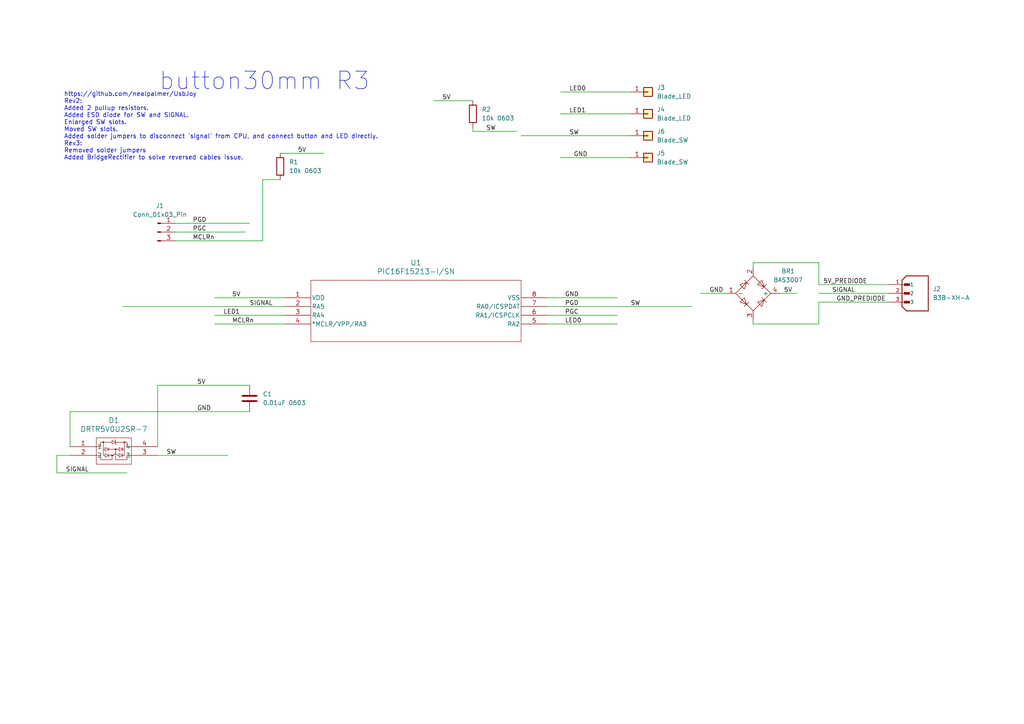
<source format=kicad_sch>
(kicad_sch (version 20250114) (generator "eeschema") (generator_version "9.0")
  (paper "A4")
  (lib_symbols
    (symbol "2025-06-15_02-33-18:PIC16F15213-I_SN" (pin_names (offset 0.254))
      (property "Reference" "U" (at 38.1 10.16 0))
      (property "Value" "PIC16F15213-I/SN" (at 38.1 7.62 0))
      (symbol "PIC16F15213-I_SN_0_1"
        (polyline (pts (xy 7.62 5.08) (xy 7.62 -12.7)) (stroke (width 0.127)))
        (polyline (pts (xy 7.62 -12.7) (xy 68.58 -12.7)) (stroke (width 0.127)))
        (polyline (pts (xy 68.58 5.08) (xy 7.62 5.08)) (stroke (width 0.127)))
        (polyline (pts (xy 68.58 -12.7) (xy 68.58 5.08)) (stroke (width 0.127)))
        (pin power_in line (at 0 0 0) (length 7.62) (name "VDD") (number "1"))
        (pin bidirectional line (at 0 -2.54 0) (length 7.62) (name "RA5") (number "2"))
        (pin bidirectional line (at 0 -5.08 0) (length 7.62) (name "RA4") (number "3"))
        (pin bidirectional line (at 0 -7.62 0) (length 7.62) (name "*MCLR/VPP/RA3") (number "4"))
        (pin power_out line (at 76.2 0 180) (length 7.62) (name "VSS") (number "8"))
        (pin bidirectional line (at 76.2 -2.54 180) (length 7.62) (name "RA0/ICSPDAT") (number "7"))
        (pin bidirectional line (at 76.2 -5.08 180) (length 7.62) (name "RA1/ICSPCLK") (number "6"))
        (pin bidirectional line (at 76.2 -7.62 180) (length 7.62) (name "RA2") (number "5"))
      )
    )
    (symbol "2025-06-20_23-16-29:DRTR5V0U2SR-7" (pin_names (offset 0.254))
      (property "Reference" "CR" (at 12.7 7.62 0))
      (property "Value" "DRTR5V0U2SR-7" (at 12.7 5.08 0))
      (symbol "DRTR5V0U2SR-7_0_1"
        (polyline (pts (xy 7.62 2.54) (xy 7.62 -5.08)) (stroke (width 0.127)))
        (polyline (pts (xy 7.62 0) (xy 8.89 0)) (stroke (width 0.127)))
        (polyline (pts (xy 7.62 -2.54) (xy 8.89 -2.54)) (stroke (width 0.127)))
        (polyline (pts (xy 7.62 -5.08) (xy 17.78 -5.08)) (stroke (width 0.127)))
        (polyline (pts (xy 8.89 0) (xy 8.89 1.27)) (stroke (width 0.127)))
        (polyline (pts (xy 8.89 -2.54) (xy 8.89 -3.81)) (stroke (width 0.127)))
        (polyline (pts (xy 8.89 -3.81) (xy 12.192 -3.81)) (stroke (width 0.127)))
        (polyline (pts (xy 9.652 1.27) (xy 9.652 -2.54)) (stroke (width 0.127)))
        (circle (center 9.652 1.27) (radius 0.127) (stroke (width 0.254)))
        (polyline (pts (xy 9.652 -0.762) (xy 10.16 -0.762)) (stroke (width 0.127)))
        (polyline (pts (xy 9.652 -2.54) (xy 10.16 -2.54)) (stroke (width 0.127)))
        (polyline (pts (xy 10.16 -0.254) (xy 10.16 -1.27)) (stroke (width 0.127)))
        (polyline (pts (xy 10.16 -1.27) (xy 11.176 -0.762)) (stroke (width 0.127)))
        (polyline (pts (xy 10.16 -2.032) (xy 10.16 -3.048)) (stroke (width 0.127)))
        (polyline (pts (xy 10.16 -3.048) (xy 11.176 -2.54)) (stroke (width 0.127)))
        (polyline (pts (xy 11.176 -0.254) (xy 11.176 -1.27)) (stroke (width 0.127)))
        (polyline (pts (xy 11.176 -0.762) (xy 10.16 -0.254)) (stroke (width 0.127)))
        (polyline (pts (xy 11.176 -0.762) (xy 14.224 -0.762)) (stroke (width 0.127)))
        (polyline (pts (xy 11.176 -2.032) (xy 11.176 -3.048)) (stroke (width 0.127)))
        (polyline (pts (xy 11.176 -2.54) (xy 10.16 -2.032)) (stroke (width 0.127)))
        (polyline (pts (xy 11.176 -2.54) (xy 12.7 -2.54)) (stroke (width 0.127)))
        (polyline (pts (xy 12.192 1.778) (xy 12.192 0.762)) (stroke (width 0.127)))
        (polyline (pts (xy 12.192 1.27) (xy 8.89 1.27)) (stroke (width 0.127)))
        (polyline (pts (xy 12.192 0.762) (xy 13.208 1.27)) (stroke (width 0.127)))
        (polyline (pts (xy 12.192 -2.54) (xy 12.192 -3.81)) (stroke (width 0.127)))
        (circle (center 12.192 -2.54) (radius 0.127) (stroke (width 0.254)))
        (polyline (pts (xy 13.208 1.778) (xy 12.954 2.032)) (stroke (width 0.127)))
        (polyline (pts (xy 13.208 1.778) (xy 13.208 0.762)) (stroke (width 0.127)))
        (polyline (pts (xy 13.208 1.27) (xy 12.192 1.778)) (stroke (width 0.127)))
        (polyline (pts (xy 13.208 1.27) (xy 16.51 1.27)) (stroke (width 0.127)))
        (polyline (pts (xy 13.208 0.762) (xy 13.462 0.508)) (stroke (width 0.127)))
        (polyline (pts (xy 13.208 -0.762) (xy 13.208 -3.81)) (stroke (width 0.127)))
        (circle (center 13.208 -0.762) (radius 0.127) (stroke (width 0.254)))
        (arc (start 12.7 -2.54) (mid 13.208 -2.0342) (end 13.716 -2.54) (stroke (width 0.127)))
        (polyline (pts (xy 13.208 -3.81) (xy 16.51 -3.81)) (stroke (width 0.127)))
        (polyline (pts (xy 13.716 -2.54) (xy 14.224 -2.54)) (stroke (width 0.127)))
        (polyline (pts (xy 14.224 -0.254) (xy 14.224 -1.27)) (stroke (width 0.127)))
        (polyline (pts (xy 14.224 -1.27) (xy 15.24 -0.762)) (stroke (width 0.127)))
        (polyline (pts (xy 14.224 -2.032) (xy 14.224 -3.048)) (stroke (width 0.127)))
        (polyline (pts (xy 14.224 -3.048) (xy 15.24 -2.54)) (stroke (width 0.127)))
        (polyline (pts (xy 15.24 -0.254) (xy 15.24 -1.27)) (stroke (width 0.127)))
        (polyline (pts (xy 15.24 -0.762) (xy 14.224 -0.254)) (stroke (width 0.127)))
        (polyline (pts (xy 15.24 -0.762) (xy 15.748 -0.762)) (stroke (width 0.127)))
        (polyline (pts (xy 15.24 -2.032) (xy 15.24 -3.048)) (stroke (width 0.127)))
        (polyline (pts (xy 15.24 -2.54) (xy 14.224 -2.032)) (stroke (width 0.127)))
        (polyline (pts (xy 15.24 -2.54) (xy 15.748 -2.54)) (stroke (width 0.127)))
        (circle (center 15.748 1.27) (radius 0.127) (stroke (width 0.254)))
        (polyline (pts (xy 15.748 -2.54) (xy 15.748 1.27)) (stroke (width 0.127)))
        (polyline (pts (xy 16.51 0) (xy 16.51 1.27)) (stroke (width 0.127)))
        (polyline (pts (xy 16.51 -2.54) (xy 16.51 -3.81)) (stroke (width 0.127)))
        (polyline (pts (xy 17.78 2.54) (xy 7.62 2.54)) (stroke (width 0.127)))
        (polyline (pts (xy 17.78 0) (xy 16.51 0)) (stroke (width 0.127)))
        (polyline (pts (xy 17.78 -2.54) (xy 16.51 -2.54)) (stroke (width 0.127)))
        (polyline (pts (xy 17.78 -5.08) (xy 17.78 2.54)) (stroke (width 0.127)))
        (pin unspecified line (at 0 0 0) (length 7.62) (name "1") (number "1"))
        (pin unspecified line (at 0 -2.54 0) (length 7.62) (name "2") (number "2"))
        (pin unspecified line (at 25.4 0 180) (length 7.62) (name "4") (number "4"))
        (pin unspecified line (at 25.4 -2.54 180) (length 7.62) (name "3") (number "3"))
      )
    )
    (symbol "B3B-XH-A:B3B-XH-A" (pin_names (offset 1.016))
      (property "Reference" "J" (at -2.54 6.35 0))
      (property "Value" "B3B-XH-A" (at -2.54 -7.62 0))
      (symbol "B3B-XH-A_0_0"
        (polyline (pts (xy -3.81 3.81) (xy -3.81 -3.81)) (stroke (width 0.254)))
        (polyline (pts (xy -3.81 3.81) (xy -2.54 5.08)) (stroke (width 0.254)))
        (polyline (pts (xy -3.81 -3.81) (xy -2.54 -5.08)) (stroke (width 0.254)))
        (rectangle (start -3.175 2.2225) (end -1.5875 2.8575) (stroke (width 0.1)) (fill (type outline)))
        (rectangle (start -3.175 -0.3175) (end -1.5875 0.3175) (stroke (width 0.1)) (fill (type outline)))
        (rectangle (start -3.175 -2.8575) (end -1.5875 -2.2225) (stroke (width 0.1)) (fill (type outline)))
        (polyline (pts (xy -2.54 -5.08) (xy 3.81 -5.08)) (stroke (width 0.254)))
        (polyline (pts (xy 3.81 5.08) (xy -2.54 5.08)) (stroke (width 0.254)))
        (polyline (pts (xy 3.81 -5.08) (xy 3.81 5.08)) (stroke (width 0.254)))
        (pin passive line (at -7.62 2.54 0) (length 5.08) (name "1") (number "1"))
        (pin passive line (at -7.62 0 0) (length 5.08) (name "2") (number "2"))
        (pin passive line (at -7.62 -2.54 0) (length 5.08) (name "3") (number "3"))
      )
    )
    (symbol "Connector:Conn_01x03_Pin" (pin_names (offset 1.016) (hide yes))
      (property "Reference" "J" (at 0 5.08 0))
      (property "Value" "Conn_01x03_Pin" (at 0 -5.08 0))
      (symbol "Conn_01x03_Pin_1_1"
        (rectangle (start 0.8636 2.667) (end 0 2.413) (stroke (width 0.1524)) (fill (type outline)))
        (rectangle (start 0.8636 0.127) (end 0 -0.127) (stroke (width 0.1524)) (fill (type outline)))
        (rectangle (start 0.8636 -2.413) (end 0 -2.667) (stroke (width 0.1524)) (fill (type outline)))
        (polyline (pts (xy 1.27 2.54) (xy 0.8636 2.54)) (stroke (width 0.1524)))
        (polyline (pts (xy 1.27 0) (xy 0.8636 0)) (stroke (width 0.1524)))
        (polyline (pts (xy 1.27 -2.54) (xy 0.8636 -2.54)) (stroke (width 0.1524)))
        (pin passive line (at 5.08 2.54 180) (length 3.81) (name "Pin_1") (number "1"))
        (pin passive line (at 5.08 0 180) (length 3.81) (name "Pin_2") (number "2"))
        (pin passive line (at 5.08 -2.54 180) (length 3.81) (name "Pin_3") (number "3"))
      )
    )
    (symbol "Connector_Generic:Conn_01x01" (pin_names (offset 1.016) (hide yes))
      (property "Reference" "J" (at 0 2.54 0))
      (property "Value" "Conn_01x01" (at 0 -2.54 0))
      (symbol "Conn_01x01_1_1"
        (rectangle (start -1.27 1.27) (end 1.27 -1.27) (stroke (width 0.254)) (fill (type background)))
        (rectangle (start -1.27 0.127) (end 0 -0.127) (stroke (width 0.1524)))
        (pin passive line (at -5.08 0 0) (length 3.81) (name "Pin_1") (number "1"))
      )
    )
    (symbol "Device:C" (pin_numbers (hide yes)) (pin_names (offset 0.254))
      (property "Reference" "C" (at 0.635 2.54 0))
      (property "Value" "C" (at 0.635 -2.54 0))
      (symbol "C_0_1"
        (polyline (pts (xy -2.032 0.762) (xy 2.032 0.762)) (stroke (width 0.508)))
        (polyline (pts (xy -2.032 -0.762) (xy 2.032 -0.762)) (stroke (width 0.508)))
      )
      (symbol "C_1_1"
        (pin passive line (at 0 3.81 270) (length 2.794) (name "~") (number "1"))
        (pin passive line (at 0 -3.81 90) (length 2.794) (name "~") (number "2"))
      )
    )
    (symbol "Device:R" (pin_numbers (hide yes)) (pin_names (offset 0))
      (property "Reference" "R" (at 2.032 0 90))
      (property "Value" "R" (at 0 0 90))
      (symbol "R_0_1"
        (rectangle (start -1.016 -2.54) (end 1.016 2.54) (stroke (width 0.254)))
      )
      (symbol "R_1_1"
        (pin passive line (at 0 3.81 270) (length 1.27) (name "~") (number "1"))
        (pin passive line (at 0 -3.81 90) (length 1.27) (name "~") (number "2"))
      )
    )
    (symbol "Diode_Bridge:MDB6S"
      (property "Reference" "D2" (at 10.16 6.4202 0))
      (property "Value" "BAS3007" (at 10.16 3.8802 0))
      (symbol "MDB6S_1_1"
        (polyline (pts (xy -5.08 0) (xy 0 -5.08) (xy 5.08 0) (xy 0 5.08) (xy -5.08 0)))
        (polyline (pts (xy -3.81 2.54) (xy -2.54 1.27) (xy -1.905 3.175) (xy -3.81 2.54)))
        (polyline (pts (xy -2.54 3.81) (xy -1.27 2.54)))
        (polyline (pts (xy -2.54 -1.27) (xy -3.81 -2.54) (xy -1.905 -3.175) (xy -2.54 -1.27)))
        (polyline (pts (xy -1.27 -2.54) (xy -2.54 -3.81)))
        (polyline (pts (xy 1.27 2.54) (xy 2.54 3.81) (xy 3.175 1.905) (xy 1.27 2.54)))
        (polyline (pts (xy 2.54 1.27) (xy 3.81 2.54)))
        (polyline (pts (xy 2.54 -1.27) (xy 3.81 -2.54)))
        (polyline (pts (xy 3.175 -1.905) (xy 1.27 -2.54) (xy 2.54 -3.81) (xy 3.175 -1.905)))
        (pin passive line (at -7.62 0 0) (length 2.54) (name "-") (number "1"))
        (pin passive line (at 0 7.62 270) (length 2.54) (name "~") (number "2"))
        (pin passive line (at 0 -7.62 90) (length 2.54) (name "~") (number "3"))
        (pin passive line (at 7.62 0 180) (length 2.54) (name "+") (number "4"))
      )
    )
  )
  (text "https://github.com/nealpalmer/UsbJoy\nRev2:\nAdded 2 pullup resistors.\nAdded ESD diode for SW and SIGNAL.\nEnlarged SW slots.\nMoved SW slots.\nAdded solder jumpers to disconnect 'signal' from CPU, and connect button and LED directly.\nRev3:\nRemoved solder jumpers\nAdded BridgeRectifier to solve reversed cables issue." (at 18.542 26.67 0) (effects (font (size 1.27 1.27)) (justify left top)))
  (text "button30mm R3" (at 76.708 23.622 0) (effects (font (size 5.08 5.08))))
  (wire (pts (xy 237.49 82.55) (xy 237.49 76.2)))
  (wire (pts (xy 158.75 91.44) (xy 179.07 91.44)))
  (wire (pts (xy 218.44 93.98) (xy 218.44 92.71)))
  (wire (pts (xy 226.06 85.09) (xy 231.14 85.09)))
  (wire (pts (xy 50.8 67.31) (xy 71.12 67.31)))
  (wire (pts (xy 237.49 93.98) (xy 218.44 93.98)))
  (wire (pts (xy 218.44 76.2) (xy 218.44 77.47)))
  (wire (pts (xy 137.16 36.83) (xy 137.16 38.1)))
  (wire (pts (xy 16.51 132.08) (xy 20.32 132.08)))
  (wire (pts (xy 76.2 69.85) (xy 76.2 52.07)))
  (wire (pts (xy 237.49 82.55) (xy 257.81 82.55)))
  (wire (pts (xy 16.51 137.16) (xy 16.51 132.08)))
  (wire (pts (xy 137.16 38.1) (xy 149.86 38.1)))
  (wire (pts (xy 81.28 44.45) (xy 93.98 44.45)))
  (wire (pts (xy 237.49 87.63) (xy 257.81 87.63)))
  (wire (pts (xy 35.56 88.9) (xy 82.55 88.9)))
  (wire (pts (xy 50.8 69.85) (xy 76.2 69.85)))
  (wire (pts (xy 158.75 86.36) (xy 179.07 86.36)))
  (wire (pts (xy 76.2 52.07) (xy 81.28 52.07)))
  (wire (pts (xy 20.32 119.38) (xy 72.39 119.38)))
  (wire (pts (xy 62.23 93.98) (xy 82.55 93.98)))
  (wire (pts (xy 237.49 87.63) (xy 237.49 93.98)))
  (wire (pts (xy 162.56 45.72) (xy 182.88 45.72)))
  (wire (pts (xy 237.49 85.09) (xy 257.81 85.09)))
  (wire (pts (xy 158.75 88.9) (xy 200.66 88.9)))
  (wire (pts (xy 203.2 85.09) (xy 210.82 85.09)))
  (wire (pts (xy 45.72 129.54) (xy 45.72 111.76)))
  (wire (pts (xy 45.72 132.08) (xy 66.04 132.08)))
  (wire (pts (xy 50.8 64.77) (xy 72.39 64.77)))
  (wire (pts (xy 125.73 29.21) (xy 137.16 29.21)))
  (wire (pts (xy 62.23 86.36) (xy 82.55 86.36)))
  (wire (pts (xy 62.23 91.44) (xy 82.55 91.44)))
  (wire (pts (xy 162.56 26.67) (xy 182.88 26.67)))
  (wire (pts (xy 151.13 39.37) (xy 182.88 39.37)))
  (wire (pts (xy 45.72 111.76) (xy 72.39 111.76)))
  (wire (pts (xy 158.75 93.98) (xy 179.07 93.98)))
  (wire (pts (xy 16.51 137.16) (xy 36.83 137.16)))
  (wire (pts (xy 237.49 76.2) (xy 218.44 76.2)))
  (wire (pts (xy 162.56 33.02) (xy 182.88 33.02)))
  (wire (pts (xy 20.32 119.38) (xy 20.32 129.54)))
  (label "PGC" (at 163.83 91.44 0))
  (label "PGD" (at 55.88 64.77 0))
  (label "SW" (at 165.1 39.37 0))
  (label "SW" (at 48.26 132.08 0))
  (label "GND" (at 205.74 85.09 0))
  (label "PGC" (at 55.88 67.31 0))
  (label "5V" (at 86.36 44.45 0))
  (label "5V_PREDIODE" (at 238.76 82.55 0))
  (label "GND" (at 166.37 45.72 0))
  (label "SIGNAL" (at 72.39 88.9 0))
  (label "5V" (at 57.15 111.76 0))
  (label "LED1" (at 64.77 91.44 0))
  (label "LED1" (at 165.1 33.02 0))
  (label "SW" (at 182.88 88.9 0))
  (label "MCLRn" (at 55.88 69.85 0))
  (label "MCLRn" (at 67.31 93.98 0))
  (label "GND" (at 163.83 86.36 0))
  (label "GND" (at 57.15 119.38 0))
  (label "PGD" (at 163.83 88.9 0))
  (label "GND_PREDIODE" (at 242.57 87.63 0))
  (label "LED0" (at 165.1 26.67 0))
  (label "SW" (at 140.97 38.1 0))
  (label "5V" (at 128.27 29.21 0))
  (label "5V" (at 67.31 86.36 0))
  (label "5V" (at 227.33 85.09 0))
  (label "SIGNAL" (at 19.05 137.16 0))
  (label "SIGNAL" (at 241.3 85.09 0))
  (label "LED0" (at 163.83 93.98 0))
  (symbol (lib_id "Device:R") (at 137.16 33.02 0) (unit 1)
    (property "Reference" "R2" (at 139.7 31.7499 0) (effects (justify left)))
    (property "Value" "10k 0603" (at 139.7 34.2899 0) (effects (justify left)))
    (property "Footprint" "Capacitor_SMD:C_0603_1608Metric_Pad1.08x0.95mm_HandSolder" (effects (hide yes)))
    (property "Description" "Resistor" (effects (hide yes)))
  )
  (symbol (lib_id "B3B-XH-A:B3B-XH-A") (at 265.43 85.09 0) (unit 1)
    (property "Reference" "J2" (at 270.51 83.8199 0) (effects (justify left)))
    (property "Value" "B3B-XH-A" (at 270.51 86.3599 0) (effects (justify left)))
    (property "Footprint" "Connector_JST:JST_XH_B3B-XH-A_1x03_P2.50mm_Vertical" (effects (hide yes)))
    (property "PARTREV" "7/4/21" (effects (hide yes)))
    (property "STANDARD" "Manufacturer Recommendations" (effects (hide yes)))
    (property "MAXIMUM_PACKAGE_HEIGHT" "7.00 mm" (effects (hide yes)))
    (property "MANUFACTURER" "JST Sales America Inc." (effects (hide yes)))
  )
  (symbol (lib_id "2025-06-15_02-33-18:PIC16F15213-I_SN") (at 82.55 86.36 0) (unit 1)
    (property "Reference" "U1" (at 120.65 76.2 0) (effects (font (size 1.524 1.524))))
    (property "Value" "PIC16F15213-I/SN" (at 120.65 78.74 0) (effects (font (size 1.524 1.524))))
    (property "Footprint" "Package_SO:SOIC-8_3.9x4.9mm_P1.27mm" (effects (hide yes)))
    (property "Datasheet" "PIC16F15213-I/SN" (effects (hide yes)))
  )
  (symbol (lib_id "Device:C") (at 72.39 115.57 0) (unit 1)
    (property "Reference" "C1" (at 76.2 114.2999 0) (effects (justify left)))
    (property "Value" "0.01uF 0603" (at 76.2 116.8399 0) (effects (justify left)))
    (property "Footprint" "Capacitor_SMD:C_0603_1608Metric_Pad1.08x0.95mm_HandSolder" (effects (hide yes)))
    (property "Description" "Unpolarized capacitor" (effects (hide yes)))
  )
  (symbol (lib_id "Diode_Bridge:MDB6S") (at 218.44 85.09 0) (unit 1)
    (property "Reference" "BR1" (at 228.6 78.6698 0))
    (property "Value" "BAS3007" (at 228.6 81.2098 0))
    (property "Footprint" "Package_TO_SOT_SMD:SOT-143" (effects (hide yes)))
    (property "Datasheet" "https://www.onsemi.com/pub/Collateral/MDB8S-D.PDF" (effects (hide yes)))
    (property "Description" "Single-Phase Bridge Rectifier, 420V Vrms, 1A If, TSSOP-4" (effects (hide yes)))
  )
  (symbol (lib_id "Connector:Conn_01x03_Pin") (at 45.72 67.31 0) (unit 1)
    (property "Reference" "J1" (at 46.355 59.69 0))
    (property "Value" "Conn_01x03_Pin" (at 46.355 62.23 0))
    (property "Footprint" "Connector_PinHeader_2.54mm:PinHeader_1x03_P2.54mm_Vertical" (effects (hide yes)))
    (property "Description" "Generic connector, single row, 01x03, script generated" (effects (hide yes)))
  )
  (symbol (lib_id "Device:R") (at 81.28 48.26 0) (unit 1)
    (property "Reference" "R1" (at 83.82 46.9899 0) (effects (justify left)))
    (property "Value" "10k 0603" (at 83.82 49.5299 0) (effects (justify left)))
    (property "Footprint" "Capacitor_SMD:C_0603_1608Metric_Pad1.08x0.95mm_HandSolder" (effects (hide yes)))
    (property "Description" "Resistor" (effects (hide yes)))
  )
  (symbol (lib_id "Connector_Generic:Conn_01x01") (at 187.96 33.02 0) (unit 1)
    (property "Reference" "J4" (at 190.5 31.7499 0) (effects (justify left)))
    (property "Value" "Blade_LED" (at 190.5 34.2899 0) (effects (justify left)))
    (property "Footprint" "Library:blade_3.75x1" (effects (hide yes)))
    (property "Description" "Generic connector, single row, 01x01, script generated (kicad-library-utils/schlib/autogen/connector/)" (effects (hide yes)))
  )
  (symbol (lib_id "2025-06-20_23-16-29:DRTR5V0U2SR-7") (at 20.32 129.54 0) (unit 1)
    (property "Reference" "D1" (at 33.02 121.92 0) (effects (font (size 1.524 1.524))))
    (property "Value" "DRTR5V0U2SR-7" (at 33.02 124.46 0) (effects (font (size 1.524 1.524))))
    (property "Footprint" "footprints:SOT143_DIO" (effects (hide yes)))
    (property "Datasheet" "DRTR5V0U2SR-7" (effects (hide yes)))
  )
  (symbol (lib_id "Connector_Generic:Conn_01x01") (at 187.96 39.37 0) (unit 1)
    (property "Reference" "J6" (at 190.5 38.0999 0) (effects (justify left)))
    (property "Value" "Blade_SW" (at 190.5 40.6399 0) (effects (justify left)))
    (property "Footprint" "Library:blade_3.75x1" (effects (hide yes)))
    (property "Description" "Generic connector, single row, 01x01, script generated (kicad-library-utils/schlib/autogen/connector/)" (effects (hide yes)))
  )
  (symbol (lib_id "Connector_Generic:Conn_01x01") (at 187.96 26.67 0) (unit 1)
    (property "Reference" "J3" (at 190.5 25.3999 0) (effects (justify left)))
    (property "Value" "Blade_LED" (at 190.5 27.9399 0) (effects (justify left)))
    (property "Footprint" "Library:blade_3.75x1" (effects (hide yes)))
    (property "Description" "Generic connector, single row, 01x01, script generated (kicad-library-utils/schlib/autogen/connector/)" (effects (hide yes)))
  )
  (symbol (lib_id "Connector_Generic:Conn_01x01") (at 187.96 45.72 0) (unit 1)
    (property "Reference" "J5" (at 190.5 44.4499 0) (effects (justify left)))
    (property "Value" "Blade_SW" (at 190.5 46.9899 0) (effects (justify left)))
    (property "Footprint" "Library:blade_3.75x1" (effects (hide yes)))
    (property "Description" "Generic connector, single row, 01x01, script generated (kicad-library-utils/schlib/autogen/connector/)" (effects (hide yes)))
  )
)
</source>
